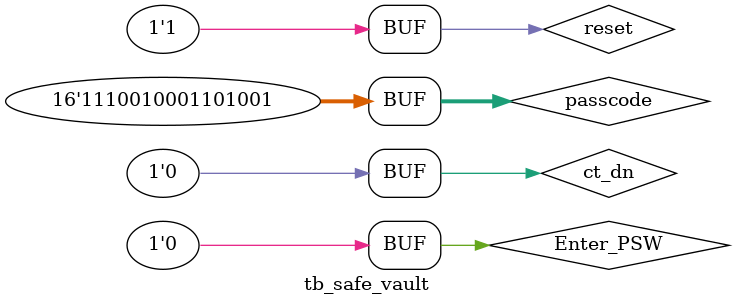
<source format=sv>
module tb_safe_vault();

	logic [15:0] passcode;
	logic ct_dn, Enter_PSW, reset;
	logic unlock, alarm; 
	logic a, start;
	logic [2:0] sec;

	safe_vault s1 (passcode, ct_dn, Enter_PSW,  reset, alarm, unlock,  sec, a, start);

	initial begin

	Enter_PSW = 0; reset = 1; ct_dn = 0; passcode = 16'hE469; #2s;
	
	reset = 0; ct_dn = 1; passcode = 16'hE469; #2s;
	Enter_PSW = 1;				   #1s;
	reset = 1;	#1s
	reset = 0; ct_dn = 0;	passcode =16'h0;	Enter_PSW = 0;	#3s
	
	reset = 1; 				#1s;
	reset = 0; ct_dn = 1; passcode = 16'hE479; #2s;
	Enter_PSW = 1;				   #1s;
	reset = 1;				#1s

	reset = 0; ct_dn = 0;	passcode =16'h0;	Enter_PSW = 0;	#3s

	reset = 1;  				   #1s;
	reset = 0; ct_dn = 1; passcode = 16'hD469; #7s;
	reset = 1;				#2s;

	reset = 0; ct_dn = 0;	passcode =16'h0;	Enter_PSW = 0;	#3s

	reset = 1; 				   #1s;
	reset = 1; ct_dn = 1; passcode = 16'hE469; #2s;

	reset = 1; 				   #1s;
	reset = 1; ct_dn = 0; passcode = 16'hE469; #2s;
	reset = 1; 				   #1s;

	end
endmodule

	 

	

</source>
